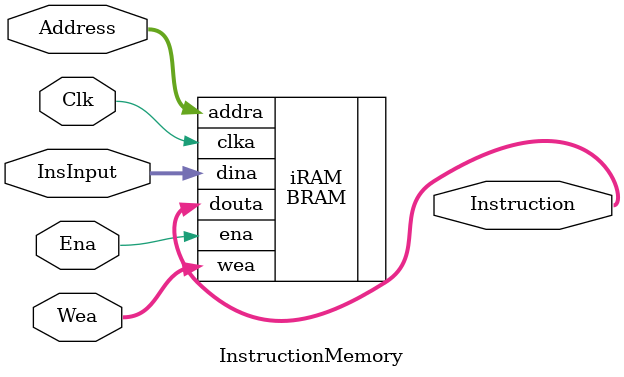
<source format=v>
`timescale 1ns / 1ps
module InstructionMemory(Instruction, Address, Clk, Ena, Wea, InsInput);

output[31:0] Instruction;
input[31:0] InsInput;
input[11:0] Address;
input Clk, Ena;
input[3:0] Wea;

BRAM iRAM(
  .clka(Clk),
  .ena(Ena),
  .wea(Wea),
  .addra(Address),
  .dina(InsInput),
  .douta(Instruction)
);

endmodule

</source>
